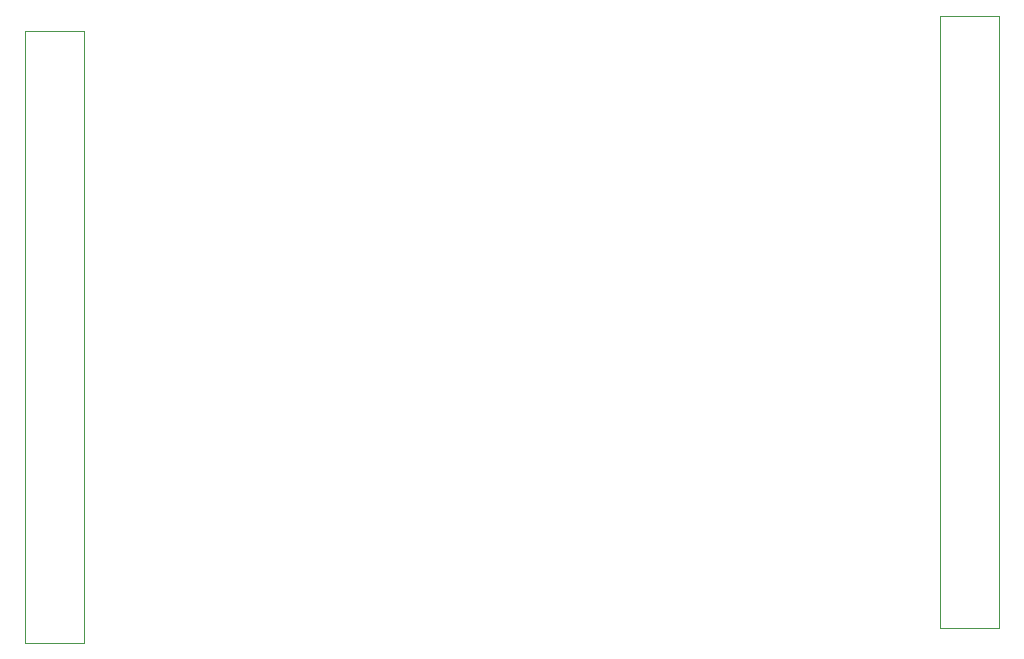
<source format=gbr>
%TF.GenerationSoftware,Altium Limited,Altium Designer,22.11.1 (43)*%
G04 Layer_Color=32768*
%FSLAX45Y45*%
%MOMM*%
%TF.SameCoordinates,C297AA42-F212-4987-B5A2-20FF98F52B47*%
%TF.FilePolarity,Positive*%
%TF.FileFunction,Other,Mechanical_15*%
%TF.Part,Single*%
G01*
G75*
%TA.AperFunction,NonConductor*%
%ADD26C,0.10000*%
D26*
X8449500Y1905500D02*
Y7081500D01*
Y1905500D02*
X8949500D01*
Y7081500D01*
X8449500D02*
X8949500D01*
X702500Y1778500D02*
Y6954500D01*
Y1778500D02*
X1202500D01*
Y6954500D01*
X702500D02*
X1202500D01*
%TF.MD5,17a98860e1fa8b1834f0deda0801963f*%
M02*

</source>
